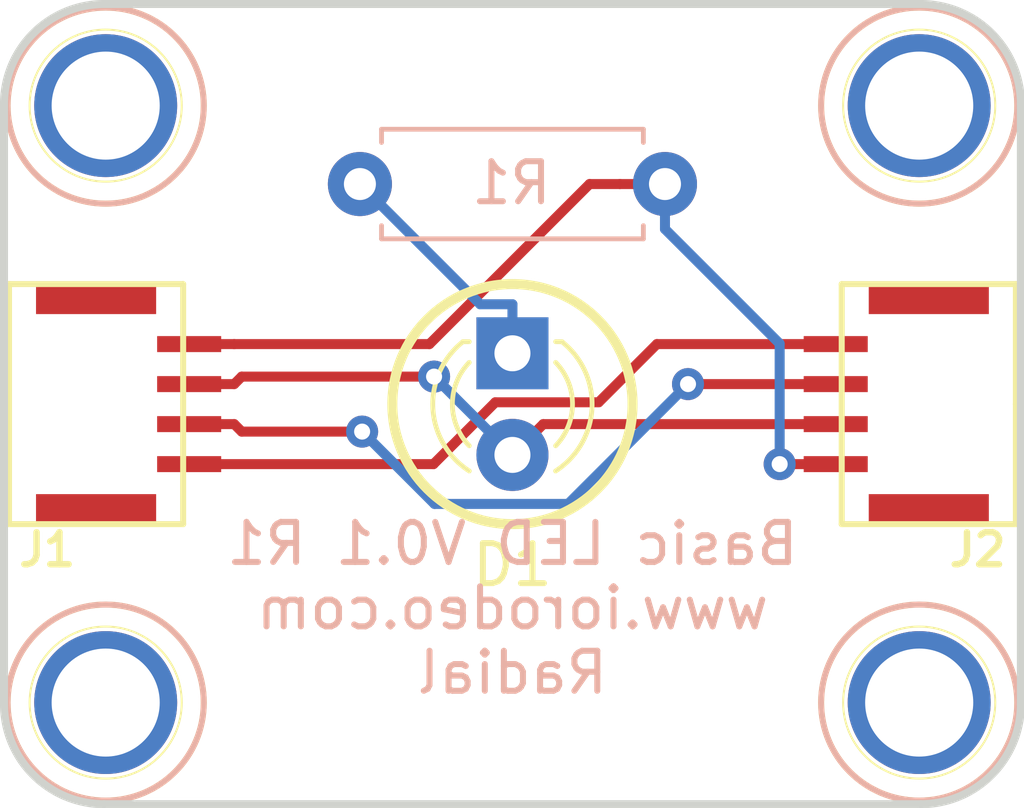
<source format=kicad_pcb>
(kicad_pcb (version 20221018) (generator pcbnew)
  (layers (0 "F.Cu" signal) (31 "B.Cu" signal) (34 "B.Paste" user) (35 "F.Paste" user) (36 "B.SilkS" user "B.Silkscreen") (37 "F.SilkS" user "F.Silkscreen") (38 "B.Mask" user) (39 "F.Mask" user) (44 "Edge.Cuts" user))
  (net 0 "")
  (net 1 "GND")
  (net 2 "/3V3")
  (net 3 "/SCL")
  (net 4 "/SDA")
  (net 5 "Net-(D1-K)")
  (footprint "custom_mount_hole:MountingHole_2.5mm_Pad" (layer "F.Cu") (at 52.54 52.54)
    (fp_text reference "M1" hide)
    (fp_text value "MountingHole_2.5mm_Pad" hide)
    (fp_circle (center 0 0) (end 2.45 0) (stroke (width 0.15)) (fill none) (layer "B.SilkS"))
    (fp_circle (center 0 0) (end 1.9 0) (stroke (width 0.05)) (fill none) (layer "F.SilkS"))
    (fp_circle (center 0 0) (end 2.45 0) (stroke (width 0.15)) (fill none) (layer "F.SilkS"))
    (pad "~" thru_hole circle (at 0 0) (size 3.57 3.57) (drill 2.7) (layers "*.Cu" "*.Mask"))
  )
  (footprint "custom_mount_hole:MountingHole_2.5mm_Pad" (layer "F.Cu") (at 72.86 52.54)
    (fp_text reference "M2" hide)
    (fp_text value "MountingHole_2.5mm_Pad" hide)
    (fp_circle (center 0 0) (end 2.45 0) (stroke (width 0.15)) (fill none) (layer "B.SilkS"))
    (fp_circle (center 0 0) (end 1.9 0) (stroke (width 0.05)) (fill none) (layer "F.SilkS"))
    (fp_circle (center 0 0) (end 2.45 0) (stroke (width 0.15)) (fill none) (layer "F.SilkS"))
    (pad "~" thru_hole circle (at 0 0) (size 3.57 3.57) (drill 2.7) (layers "*.Cu" "*.Mask"))
  )
  (footprint "custom_mount_hole:MountingHole_2.5mm_Pad" (layer "F.Cu") (at 72.86 67.46)
    (fp_text reference "M3" hide)
    (fp_text value "MountingHole_2.5mm_Pad" hide)
    (fp_circle (center 0 0) (end 2.45 0) (stroke (width 0.15)) (fill none) (layer "B.SilkS"))
    (fp_circle (center 0 0) (end 1.9 0) (stroke (width 0.05)) (fill none) (layer "F.SilkS"))
    (fp_circle (center 0 0) (end 2.45 0) (stroke (width 0.15)) (fill none) (layer "F.SilkS"))
    (pad "~" thru_hole circle (at 0 0) (size 3.57 3.57) (drill 2.7) (layers "*.Cu" "*.Mask"))
  )
  (footprint "custom_mount_hole:MountingHole_2.5mm_Pad" (layer "F.Cu") (at 52.54 67.46)
    (fp_text reference "M4" hide)
    (fp_text value "MountingHole_2.5mm_Pad" hide)
    (fp_circle (center 0 0) (end 2.45 0) (stroke (width 0.15)) (fill none) (layer "B.SilkS"))
    (fp_circle (center 0 0) (end 1.9 0) (stroke (width 0.05)) (fill none) (layer "F.SilkS"))
    (fp_circle (center 0 0) (end 2.45 0) (stroke (width 0.15)) (fill none) (layer "F.SilkS"))
    (pad "~" thru_hole circle (at 0 0) (size 3.57 3.57) (drill 2.7) (layers "*.Cu" "*.Mask"))
  )
  (footprint "LED_THT:LED_D3.0mm" (layer "F.Cu") (at 62.7 58.73 -90)
    (fp_text reference "D1" (at 5.29 0 180) (layer "F.SilkS"))
    (fp_text value "LED_ALT")
    (fp_line (start -0.29 -1.236) (end -0.29 -1.08) (stroke (width 0.12)) (layer "F.SilkS"))
    (fp_line (start -0.29 1.08) (end -0.29 1.236) (stroke (width 0.12)) (layer "F.SilkS"))
    (fp_arc (start -0.29 -1.235516) (mid 1.366487 -1.987659) (end 2.942335 -1.078608) (stroke (width 0.12)) (layer "F.SilkS"))
    (fp_arc (start 0.229039 -1.08) (mid 1.270117 -1.5) (end 2.31113 -1.079837) (stroke (width 0.12)) (layer "F.SilkS"))
    (fp_arc (start 2.31113 1.079837) (mid 1.270117 1.5) (end 0.229039 1.08) (stroke (width 0.12)) (layer "F.SilkS"))
    (fp_arc (start 2.942335 1.078608) (mid 1.366487 1.987659) (end -0.29 1.235516) (stroke (width 0.12)) (layer "F.SilkS"))
    (pad "1" thru_hole rect (at 0 0 270) (size 1.8 1.8) (drill 0.9) (layers "*.Cu" "*.Mask") (net 5 "Net-(D1-K)"))
    (pad "2" thru_hole circle (at 2.54 0 270) (size 1.8 1.8) (drill 0.9) (layers "*.Cu" "*.Mask") (net 2 "/3V3"))
  )
  (footprint "BOOMELE_SH_SMD:BOOMELE_SMD_SH_4PIN_RT" (layer "F.Cu") (at 52.78 60 90)
    (fp_text reference "J1" (at -3.64 -1.7 180) (layer "F.SilkS") (effects (font (size 0.8 0.8) (thickness 0.16))))
    (fp_text value "Conn_01x04" hide)
    (fp_line (start -3 1.695) (end -3 -2.655) (stroke (width 0.15)) (layer "F.SilkS"))
    (fp_line (start 0 -2.655) (end -3 -2.655) (stroke (width 0.15)) (layer "F.SilkS"))
    (fp_line (start 3 -2.655) (end 0 -2.655) (stroke (width 0.15)) (layer "F.SilkS"))
    (fp_line (start 3 -2.655) (end 3 1.695) (stroke (width 0.15)) (layer "F.SilkS"))
    (fp_line (start 3 1.695) (end -3 1.695) (stroke (width 0.15)) (layer "F.SilkS"))
    (pad "" smd rect (at -2.65 -0.48 270) (size 0.8 3) (layers "F.Cu" "F.Paste" "F.Mask"))
    (pad "" smd rect (at 2.65 -0.48 270) (size 0.8 3) (layers "F.Cu" "F.Paste" "F.Mask"))
    (pad "1" smd rect (at 1.5 1.845 270) (size 0.4 1.6) (layers "F.Cu" "F.Paste" "F.Mask") (net 1 "GND"))
    (pad "2" smd rect (at 0.5 1.845 270) (size 0.4 1.6) (layers "F.Cu" "F.Paste" "F.Mask") (net 2 "/3V3"))
    (pad "3" smd rect (at -0.5 1.845 270) (size 0.4 1.6) (layers "F.Cu" "F.Paste" "F.Mask") (net 4 "/SDA"))
    (pad "4" smd rect (at -1.5 1.845 270) (size 0.4 1.6) (layers "F.Cu" "F.Paste" "F.Mask") (net 3 "/SCL"))
  )
  (footprint "BOOMELE_SH_SMD:BOOMELE_SMD_SH_4PIN_RT" (layer "F.Cu") (at 72.62 60 -90)
    (fp_text reference "J2" (at 3.64 -1.7 180) (layer "F.SilkS") (effects (font (size 0.8 0.8) (thickness 0.16))))
    (fp_text value "Conn_01x04" hide)
    (fp_line (start -3 1.695) (end -3 -2.655) (stroke (width 0.15)) (layer "F.SilkS"))
    (fp_line (start 0 -2.655) (end -3 -2.655) (stroke (width 0.15)) (layer "F.SilkS"))
    (fp_line (start 3 -2.655) (end 0 -2.655) (stroke (width 0.15)) (layer "F.SilkS"))
    (fp_line (start 3 -2.655) (end 3 1.695) (stroke (width 0.15)) (layer "F.SilkS"))
    (fp_line (start 3 1.695) (end -3 1.695) (stroke (width 0.15)) (layer "F.SilkS"))
    (pad "" smd rect (at -2.65 -0.48 90) (size 0.8 3) (layers "F.Cu" "F.Paste" "F.Mask"))
    (pad "" smd rect (at 2.65 -0.48 90) (size 0.8 3) (layers "F.Cu" "F.Paste" "F.Mask"))
    (pad "1" smd rect (at 1.5 1.845 90) (size 0.4 1.6) (layers "F.Cu" "F.Paste" "F.Mask") (net 1 "GND"))
    (pad "2" smd rect (at 0.5 1.845 90) (size 0.4 1.6) (layers "F.Cu" "F.Paste" "F.Mask") (net 2 "/3V3"))
    (pad "3" smd rect (at -0.5 1.845 90) (size 0.4 1.6) (layers "F.Cu" "F.Paste" "F.Mask") (net 4 "/SDA"))
    (pad "4" smd rect (at -1.5 1.845 90) (size 0.4 1.6) (layers "F.Cu" "F.Paste" "F.Mask") (net 3 "/SCL"))
  )
  (footprint "Resistor_THT:R_Axial_DIN0207_L6.3mm_D2.5mm_P7.62mm_Horizontal" (layer "B.Cu") (at 58.89 54.5)
    (fp_text reference "R1" (at 3.785 -0.025) (layer "B.SilkS") (effects (justify mirror)))
    (fp_text value "R" hide)
    (fp_line (start 0.54 -1.37) (end 7.08 -1.37) (stroke (width 0.12)) (layer "B.SilkS"))
    (fp_line (start 0.54 -1.04) (end 0.54 -1.37) (stroke (width 0.12)) (layer "B.SilkS"))
    (fp_line (start 0.54 1.04) (end 0.54 1.37) (stroke (width 0.12)) (layer "B.SilkS"))
    (fp_line (start 0.54 1.37) (end 7.08 1.37) (stroke (width 0.12)) (layer "B.SilkS"))
    (fp_line (start 7.08 -1.37) (end 7.08 -1.04) (stroke (width 0.12)) (layer "B.SilkS"))
    (fp_line (start 7.08 1.37) (end 7.08 1.04) (stroke (width 0.12)) (layer "B.SilkS"))
    (pad "1" thru_hole circle (at 0 0) (size 1.6 1.6) (drill 0.8) (layers "*.Cu" "*.Mask") (net 5 "Net-(D1-K)"))
    (pad "2" thru_hole oval (at 7.62 0) (size 1.6 1.6) (drill 0.8) (layers "*.Cu" "*.Mask") (net 1 "GND"))
  )
  (gr_circle (center 62.7 60) (end 65.7 60) (stroke (width 0.25)) (fill none) (layer "F.SilkS"))
  (gr_arc (start 72.9 50) (mid 74.667767 50.732233) (end 75.4 52.5) (stroke (width 0.2)) (layer "Edge.Cuts"))
  (gr_arc (start 52.5 70) (mid 50.732233 69.267767) (end 50 67.5) (stroke (width 0.2)) (layer "Edge.Cuts"))
  (gr_line (start 52.5 50) (end 72.9 50) (stroke (width 0.2)) (layer "Edge.Cuts"))
  (gr_arc (start 50 52.5) (mid 50.732233 50.732233) (end 52.5 50) (stroke (width 0.2)) (layer "Edge.Cuts"))
  (gr_arc (start 75.4 67.5) (mid 74.667767 69.267767) (end 72.9 70) (stroke (width 0.2)) (layer "Edge.Cuts"))
  (gr_line (start 50 52.5) (end 50 67.5) (stroke (width 0.2)) (layer "Edge.Cuts"))
  (gr_line (start 52.5 70) (end 72.9 70) (stroke (width 0.2)) (layer "Edge.Cuts"))
  (gr_line (start 75.4 52.5) (end 75.4 67.5) (stroke (width 0.2)) (layer "Edge.Cuts"))
  (gr_text "Basic LED V0.1 R1\nwww.iorodeo.com\nRadial" (at 62.7 65.1) (layer "B.SilkS") (effects (font (size 1 1)) (justify mirror)))
  (segment (start 64.6266 54.5) (end 60.6266 58.5) (width 0.25) (layer "F.Cu") (net 1))
  (segment (start 66.51 54.5) (end 65.3849 54.5) (width 0.25) (layer "F.Cu") (net 1))
  (segment (start 60.6266 58.5) (end 55.7501 58.5) (width 0.25) (layer "F.Cu") (net 1))
  (segment (start 65.3849 54.5) (end 64.6266 54.5) (width 0.25) (layer "F.Cu") (net 1))
  (segment (start 70.775 61.5) (end 69.3747 61.5) (width 0.25) (layer "F.Cu") (net 1))
  (segment (start 54.625 58.5) (end 55.7501 58.5) (width 0.25) (layer "F.Cu") (net 1))
  (via (at 69.3747 61.5) (size 0.8) (drill 0.4) (layers "F.Cu" "B.Cu") (net 1))
  (segment (start 66.51 54.5) (end 66.51 55.6251) (width 0.25) (layer "B.Cu") (net 1))
  (segment (start 69.3747 58.4898) (end 69.3747 61.5) (width 0.25) (layer "B.Cu") (net 1))
  (segment (start 66.51 55.6251) (end 69.3747 58.4898) (width 0.25) (layer "B.Cu") (net 1))
  (segment (start 54.625 59.5) (end 55.7501 59.5) (width 0.25) (layer "F.Cu") (net 2))
  (segment (start 63.47 60.5) (end 70.775 60.5) (width 0.25) (layer "F.Cu") (net 2))
  (segment (start 55.7501 59.5) (end 55.9377 59.3124) (width 0.25) (layer "F.Cu") (net 2))
  (segment (start 55.9377 59.3124) (end 60.7424 59.3124) (width 0.25) (layer "F.Cu") (net 2))
  (segment (start 62.7 61.27) (end 63.47 60.5) (width 0.25) (layer "F.Cu") (net 2))
  (via (at 60.7424 59.3124) (size 0.8) (drill 0.4) (layers "F.Cu" "B.Cu") (net 2))
  (segment (start 62.7 61.27) (end 60.7424 59.3124) (width 0.25) (layer "B.Cu") (net 2))
  (segment (start 60.7277 61.5) (end 62.2725 59.9552) (width 0.25) (layer "F.Cu") (net 3))
  (segment (start 64.853 59.9552) (end 66.3082 58.5) (width 0.25) (layer "F.Cu") (net 3))
  (segment (start 62.2725 59.9552) (end 64.853 59.9552) (width 0.25) (layer "F.Cu") (net 3))
  (segment (start 54.625 61.5) (end 60.7277 61.5) (width 0.25) (layer "F.Cu") (net 3))
  (segment (start 66.3082 58.5) (end 70.775 58.5) (width 0.25) (layer "F.Cu") (net 3))
  (segment (start 54.625 60.5) (end 55.7501 60.5) (width 0.25) (layer "F.Cu") (net 4))
  (segment (start 55.9375 60.6874) (end 55.7501 60.5) (width 0.25) (layer "F.Cu") (net 4))
  (segment (start 58.9452 60.6874) (end 55.9375 60.6874) (width 0.25) (layer "F.Cu") (net 4))
  (segment (start 70.775 59.5) (end 67.0854 59.5) (width 0.25) (layer "F.Cu") (net 4))
  (via (at 58.9452 60.6874) (size 0.8) (drill 0.4) (layers "F.Cu" "B.Cu") (net 4))
  (via (at 67.0854 59.5) (size 0.8) (drill 0.4) (layers "F.Cu" "B.Cu") (net 4))
  (segment (start 64.0902 62.4952) (end 67.0854 59.5) (width 0.25) (layer "B.Cu") (net 4))
  (segment (start 60.753 62.4952) (end 64.0902 62.4952) (width 0.25) (layer "B.Cu") (net 4))
  (segment (start 58.9452 60.6874) (end 60.753 62.4952) (width 0.25) (layer "B.Cu") (net 4))
  (segment (start 62.7 58.73) (end 62.7 57.5049) (width 0.25) (layer "B.Cu") (net 5))
  (segment (start 62.7 57.5049) (end 61.8949 57.5049) (width 0.25) (layer "B.Cu") (net 5))
  (segment (start 61.8949 57.5049) (end 58.89 54.5) (width 0.25) (layer "B.Cu") (net 5))
)
</source>
